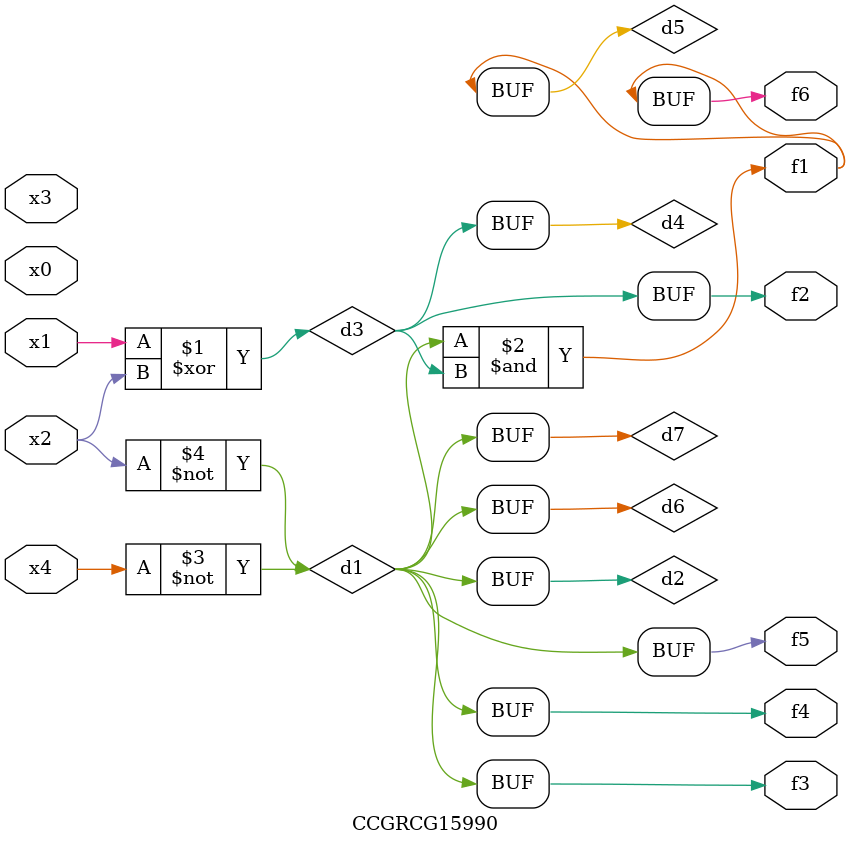
<source format=v>
module CCGRCG15990(
	input x0, x1, x2, x3, x4,
	output f1, f2, f3, f4, f5, f6
);

	wire d1, d2, d3, d4, d5, d6, d7;

	not (d1, x4);
	not (d2, x2);
	xor (d3, x1, x2);
	buf (d4, d3);
	and (d5, d1, d3);
	buf (d6, d1, d2);
	buf (d7, d2);
	assign f1 = d5;
	assign f2 = d4;
	assign f3 = d7;
	assign f4 = d7;
	assign f5 = d7;
	assign f6 = d5;
endmodule

</source>
